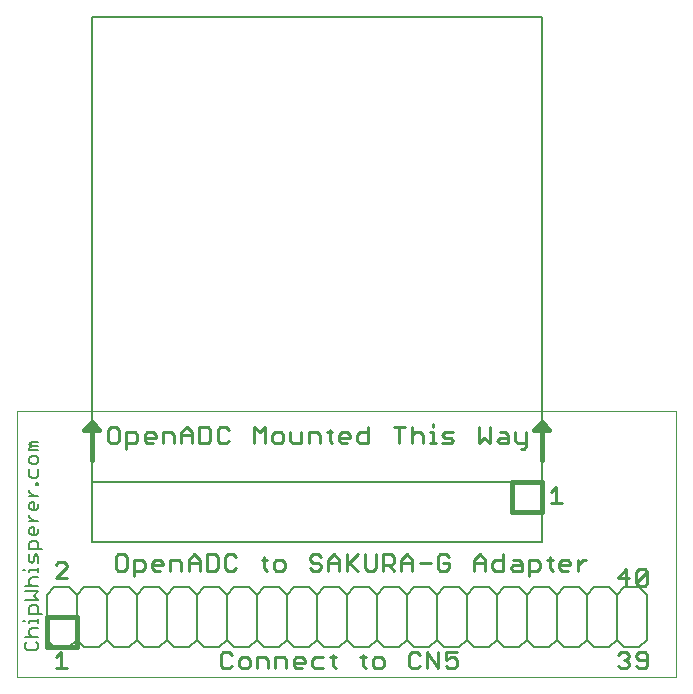
<source format=gbr>
G75*
%MOIN*%
%OFA0B0*%
%FSLAX24Y24*%
%IPPOS*%
%LPD*%
%AMOC8*
5,1,8,0,0,1.08239X$1,22.5*
%
%ADD10C,0.0000*%
%ADD11C,0.0110*%
%ADD12C,0.0160*%
%ADD13C,0.0080*%
%ADD14C,0.0060*%
%ADD15C,0.0050*%
D10*
X000850Y000350D02*
X000850Y009220D01*
X022842Y009220D01*
X022842Y000350D01*
X000850Y000350D01*
D11*
X002155Y000655D02*
X002522Y000655D01*
X002338Y000655D02*
X002338Y001205D01*
X002155Y001022D01*
X002155Y003655D02*
X002522Y004022D01*
X002522Y004114D01*
X002430Y004205D01*
X002247Y004205D01*
X002155Y004114D01*
X002155Y003655D02*
X002522Y003655D01*
X004155Y003997D02*
X004247Y003905D01*
X004430Y003905D01*
X004522Y003997D01*
X004522Y004364D01*
X004430Y004455D01*
X004247Y004455D01*
X004155Y004364D01*
X004155Y003997D01*
X004763Y003905D02*
X005038Y003905D01*
X005130Y003997D01*
X005130Y004180D01*
X005038Y004272D01*
X004763Y004272D01*
X004763Y003722D01*
X005370Y003997D02*
X005370Y004180D01*
X005462Y004272D01*
X005646Y004272D01*
X005737Y004180D01*
X005737Y004088D01*
X005370Y004088D01*
X005370Y003997D02*
X005462Y003905D01*
X005646Y003905D01*
X005978Y003905D02*
X005978Y004272D01*
X006253Y004272D01*
X006345Y004180D01*
X006345Y003905D01*
X006586Y003905D02*
X006586Y004272D01*
X006769Y004455D01*
X006953Y004272D01*
X006953Y003905D01*
X006953Y004180D02*
X006586Y004180D01*
X007194Y003905D02*
X007469Y003905D01*
X007561Y003997D01*
X007561Y004364D01*
X007469Y004455D01*
X007194Y004455D01*
X007194Y003905D01*
X007801Y003997D02*
X007801Y004364D01*
X007893Y004455D01*
X008077Y004455D01*
X008168Y004364D01*
X008168Y003997D02*
X008077Y003905D01*
X007893Y003905D01*
X007801Y003997D01*
X009017Y004272D02*
X009200Y004272D01*
X009108Y004364D02*
X009108Y003997D01*
X009200Y003905D01*
X009422Y003997D02*
X009422Y004180D01*
X009514Y004272D01*
X009697Y004272D01*
X009789Y004180D01*
X009789Y003997D01*
X009697Y003905D01*
X009514Y003905D01*
X009422Y003997D01*
X010637Y003997D02*
X010729Y003905D01*
X010913Y003905D01*
X011004Y003997D01*
X011004Y004088D01*
X010913Y004180D01*
X010729Y004180D01*
X010637Y004272D01*
X010637Y004364D01*
X010729Y004455D01*
X010913Y004455D01*
X011004Y004364D01*
X011245Y004272D02*
X011429Y004455D01*
X011612Y004272D01*
X011612Y003905D01*
X011853Y003905D02*
X011853Y004455D01*
X011945Y004180D02*
X012220Y003905D01*
X012460Y003997D02*
X012552Y003905D01*
X012736Y003905D01*
X012827Y003997D01*
X012827Y004455D01*
X013068Y004455D02*
X013343Y004455D01*
X013435Y004364D01*
X013435Y004180D01*
X013343Y004088D01*
X013068Y004088D01*
X013068Y003905D02*
X013068Y004455D01*
X013252Y004088D02*
X013435Y003905D01*
X013676Y003905D02*
X013676Y004272D01*
X013859Y004455D01*
X014043Y004272D01*
X014043Y003905D01*
X014043Y004180D02*
X013676Y004180D01*
X014284Y004180D02*
X014651Y004180D01*
X014891Y003997D02*
X014983Y003905D01*
X015167Y003905D01*
X015258Y003997D01*
X015258Y004180D01*
X015075Y004180D01*
X014891Y003997D02*
X014891Y004364D01*
X014983Y004455D01*
X015167Y004455D01*
X015258Y004364D01*
X016107Y004272D02*
X016107Y003905D01*
X016107Y004180D02*
X016474Y004180D01*
X016474Y004272D02*
X016290Y004455D01*
X016107Y004272D01*
X016474Y004272D02*
X016474Y003905D01*
X016715Y003997D02*
X016715Y004180D01*
X016806Y004272D01*
X017082Y004272D01*
X017082Y004455D02*
X017082Y003905D01*
X016806Y003905D01*
X016715Y003997D01*
X017322Y003997D02*
X017414Y004088D01*
X017689Y004088D01*
X017689Y004180D02*
X017689Y003905D01*
X017414Y003905D01*
X017322Y003997D01*
X017414Y004272D02*
X017597Y004272D01*
X017689Y004180D01*
X017930Y004272D02*
X018205Y004272D01*
X018297Y004180D01*
X018297Y003997D01*
X018205Y003905D01*
X017930Y003905D01*
X017930Y003722D02*
X017930Y004272D01*
X018538Y004272D02*
X018721Y004272D01*
X018629Y004364D02*
X018629Y003997D01*
X018721Y003905D01*
X018943Y003997D02*
X018943Y004180D01*
X019035Y004272D01*
X019218Y004272D01*
X019310Y004180D01*
X019310Y004088D01*
X018943Y004088D01*
X018943Y003997D02*
X019035Y003905D01*
X019218Y003905D01*
X019551Y003905D02*
X019551Y004272D01*
X019734Y004272D02*
X019551Y004088D01*
X019734Y004272D02*
X019826Y004272D01*
X020905Y003680D02*
X021272Y003680D01*
X021180Y003405D02*
X021180Y003955D01*
X020905Y003680D01*
X021513Y003497D02*
X021880Y003864D01*
X021880Y003497D01*
X021788Y003405D01*
X021604Y003405D01*
X021513Y003497D01*
X021513Y003864D01*
X021604Y003955D01*
X021788Y003955D01*
X021880Y003864D01*
X021788Y001205D02*
X021604Y001205D01*
X021513Y001114D01*
X021513Y001022D01*
X021604Y000930D01*
X021880Y000930D01*
X021880Y000747D02*
X021880Y001114D01*
X021788Y001205D01*
X021880Y000747D02*
X021788Y000655D01*
X021604Y000655D01*
X021513Y000747D01*
X021272Y000747D02*
X021180Y000655D01*
X020997Y000655D01*
X020905Y000747D01*
X021088Y000930D02*
X021180Y000930D01*
X021272Y000838D01*
X021272Y000747D01*
X021180Y000930D02*
X021272Y001022D01*
X021272Y001114D01*
X021180Y001205D01*
X020997Y001205D01*
X020905Y001114D01*
X019022Y006155D02*
X018655Y006155D01*
X018838Y006155D02*
X018838Y006705D01*
X018655Y006522D01*
X017753Y007972D02*
X017661Y007972D01*
X017753Y007972D02*
X017844Y008063D01*
X017844Y008522D01*
X017477Y008522D02*
X017477Y008247D01*
X017569Y008155D01*
X017844Y008155D01*
X017237Y008155D02*
X016961Y008155D01*
X016870Y008247D01*
X016961Y008338D01*
X017237Y008338D01*
X017237Y008430D02*
X017237Y008155D01*
X017237Y008430D02*
X017145Y008522D01*
X016961Y008522D01*
X016629Y008705D02*
X016629Y008155D01*
X016445Y008338D01*
X016262Y008155D01*
X016262Y008705D01*
X015413Y008522D02*
X015138Y008522D01*
X015047Y008430D01*
X015138Y008338D01*
X015322Y008338D01*
X015413Y008247D01*
X015322Y008155D01*
X015047Y008155D01*
X014825Y008155D02*
X014641Y008155D01*
X014733Y008155D02*
X014733Y008522D01*
X014641Y008522D01*
X014733Y008705D02*
X014733Y008797D01*
X014401Y008430D02*
X014309Y008522D01*
X014125Y008522D01*
X014034Y008430D01*
X014034Y008705D02*
X014034Y008155D01*
X014401Y008155D02*
X014401Y008430D01*
X013793Y008705D02*
X013426Y008705D01*
X013609Y008705D02*
X013609Y008155D01*
X012577Y008155D02*
X012302Y008155D01*
X012210Y008247D01*
X012210Y008430D01*
X012302Y008522D01*
X012577Y008522D01*
X012577Y008705D02*
X012577Y008155D01*
X011970Y008338D02*
X011603Y008338D01*
X011603Y008247D02*
X011603Y008430D01*
X011695Y008522D01*
X011878Y008522D01*
X011970Y008430D01*
X011970Y008338D01*
X011878Y008155D02*
X011695Y008155D01*
X011603Y008247D01*
X011381Y008155D02*
X011289Y008247D01*
X011289Y008614D01*
X011198Y008522D02*
X011381Y008522D01*
X010957Y008430D02*
X010957Y008155D01*
X010957Y008430D02*
X010865Y008522D01*
X010590Y008522D01*
X010590Y008155D01*
X010349Y008155D02*
X010349Y008522D01*
X009982Y008522D02*
X009982Y008247D01*
X010074Y008155D01*
X010349Y008155D01*
X009741Y008247D02*
X009741Y008430D01*
X009650Y008522D01*
X009466Y008522D01*
X009374Y008430D01*
X009374Y008247D01*
X009466Y008155D01*
X009650Y008155D01*
X009741Y008247D01*
X009134Y008155D02*
X009134Y008705D01*
X008950Y008522D01*
X008767Y008705D01*
X008767Y008155D01*
X007918Y008247D02*
X007827Y008155D01*
X007643Y008155D01*
X007551Y008247D01*
X007551Y008614D01*
X007643Y008705D01*
X007827Y008705D01*
X007918Y008614D01*
X007311Y008614D02*
X007311Y008247D01*
X007219Y008155D01*
X006944Y008155D01*
X006944Y008705D01*
X007219Y008705D01*
X007311Y008614D01*
X006703Y008522D02*
X006703Y008155D01*
X006703Y008430D02*
X006336Y008430D01*
X006336Y008522D02*
X006519Y008705D01*
X006703Y008522D01*
X006336Y008522D02*
X006336Y008155D01*
X006095Y008155D02*
X006095Y008430D01*
X006003Y008522D01*
X005728Y008522D01*
X005728Y008155D01*
X005487Y008338D02*
X005120Y008338D01*
X005120Y008247D02*
X005120Y008430D01*
X005212Y008522D01*
X005396Y008522D01*
X005487Y008430D01*
X005487Y008338D01*
X005396Y008155D02*
X005212Y008155D01*
X005120Y008247D01*
X004880Y008247D02*
X004880Y008430D01*
X004788Y008522D01*
X004513Y008522D01*
X004513Y007972D01*
X004513Y008155D02*
X004788Y008155D01*
X004880Y008247D01*
X004272Y008247D02*
X004272Y008614D01*
X004180Y008705D01*
X003997Y008705D01*
X003905Y008614D01*
X003905Y008247D01*
X003997Y008155D01*
X004180Y008155D01*
X004272Y008247D01*
X011245Y004272D02*
X011245Y003905D01*
X011245Y004180D02*
X011612Y004180D01*
X011853Y004088D02*
X012220Y004455D01*
X012460Y004455D02*
X012460Y003997D01*
X014027Y001205D02*
X013935Y001114D01*
X013935Y000747D01*
X014027Y000655D01*
X014210Y000655D01*
X014302Y000747D01*
X014542Y000655D02*
X014542Y001205D01*
X014909Y000655D01*
X014909Y001205D01*
X015150Y001205D02*
X015150Y000930D01*
X015334Y001022D01*
X015425Y001022D01*
X015517Y000930D01*
X015517Y000747D01*
X015425Y000655D01*
X015242Y000655D01*
X015150Y000747D01*
X015150Y001205D02*
X015517Y001205D01*
X014302Y001114D02*
X014210Y001205D01*
X014027Y001205D01*
X013086Y000930D02*
X013086Y000747D01*
X012995Y000655D01*
X012811Y000655D01*
X012719Y000747D01*
X012719Y000930D01*
X012811Y001022D01*
X012995Y001022D01*
X013086Y000930D01*
X012498Y001022D02*
X012314Y001022D01*
X012406Y001114D02*
X012406Y000747D01*
X012498Y000655D01*
X011485Y000655D02*
X011393Y000747D01*
X011393Y001114D01*
X011301Y001022D02*
X011485Y001022D01*
X011061Y001022D02*
X010785Y001022D01*
X010694Y000930D01*
X010694Y000747D01*
X010785Y000655D01*
X011061Y000655D01*
X010453Y000838D02*
X010453Y000930D01*
X010361Y001022D01*
X010178Y001022D01*
X010086Y000930D01*
X010086Y000747D01*
X010178Y000655D01*
X010361Y000655D01*
X010453Y000838D02*
X010086Y000838D01*
X009845Y000930D02*
X009845Y000655D01*
X009845Y000930D02*
X009753Y001022D01*
X009478Y001022D01*
X009478Y000655D01*
X009237Y000655D02*
X009237Y000930D01*
X009146Y001022D01*
X008870Y001022D01*
X008870Y000655D01*
X008630Y000747D02*
X008630Y000930D01*
X008538Y001022D01*
X008354Y001022D01*
X008263Y000930D01*
X008263Y000747D01*
X008354Y000655D01*
X008538Y000655D01*
X008630Y000747D01*
X008022Y000747D02*
X007930Y000655D01*
X007747Y000655D01*
X007655Y000747D01*
X007655Y001114D01*
X007747Y001205D01*
X007930Y001205D01*
X008022Y001114D01*
D12*
X002850Y001350D02*
X001850Y001350D01*
X001850Y002350D01*
X002850Y002350D01*
X002850Y001350D01*
X003350Y007600D02*
X003350Y008850D01*
X003600Y008600D01*
X003100Y008600D01*
X003350Y008850D01*
X017350Y006850D02*
X017350Y005850D01*
X018350Y005850D01*
X018350Y006850D01*
X017350Y006850D01*
X018350Y007600D02*
X018350Y008850D01*
X018600Y008600D01*
X018100Y008600D01*
X018350Y008850D01*
D13*
X001700Y004630D02*
X001280Y004630D01*
X001280Y004840D01*
X001350Y004910D01*
X001490Y004910D01*
X001560Y004840D01*
X001560Y004630D01*
X001490Y004450D02*
X001420Y004380D01*
X001420Y004240D01*
X001350Y004170D01*
X001280Y004240D01*
X001280Y004450D01*
X001490Y004450D02*
X001560Y004380D01*
X001560Y004170D01*
X001560Y004003D02*
X001560Y003863D01*
X001560Y003933D02*
X001280Y003933D01*
X001280Y003863D01*
X001140Y003933D02*
X001070Y003933D01*
X001350Y003683D02*
X001560Y003683D01*
X001350Y003683D02*
X001280Y003613D01*
X001280Y003472D01*
X001350Y003402D01*
X001140Y003402D02*
X001560Y003402D01*
X001560Y003222D02*
X001140Y003222D01*
X001140Y002942D02*
X001560Y002942D01*
X001420Y003082D01*
X001560Y003222D01*
X001490Y002762D02*
X001350Y002762D01*
X001280Y002692D01*
X001280Y002482D01*
X001700Y002482D01*
X001560Y002482D02*
X001560Y002692D01*
X001490Y002762D01*
X001560Y002315D02*
X001560Y002175D01*
X001560Y002245D02*
X001280Y002245D01*
X001280Y002175D01*
X001140Y002245D02*
X001070Y002245D01*
X001350Y001995D02*
X001560Y001995D01*
X001350Y001995D02*
X001280Y001924D01*
X001280Y001784D01*
X001350Y001714D01*
X001140Y001714D02*
X001560Y001714D01*
X001490Y001534D02*
X001560Y001464D01*
X001560Y001324D01*
X001490Y001254D01*
X001210Y001254D01*
X001140Y001324D01*
X001140Y001464D01*
X001210Y001534D01*
X001350Y005091D02*
X001280Y005161D01*
X001280Y005301D01*
X001350Y005371D01*
X001420Y005371D01*
X001420Y005091D01*
X001490Y005091D02*
X001350Y005091D01*
X001490Y005091D02*
X001560Y005161D01*
X001560Y005301D01*
X001560Y005551D02*
X001280Y005551D01*
X001420Y005551D02*
X001280Y005691D01*
X001280Y005761D01*
X001350Y005935D02*
X001280Y006005D01*
X001280Y006145D01*
X001350Y006215D01*
X001420Y006215D01*
X001420Y005935D01*
X001490Y005935D02*
X001350Y005935D01*
X001490Y005935D02*
X001560Y006005D01*
X001560Y006145D01*
X001560Y006395D02*
X001280Y006395D01*
X001420Y006395D02*
X001280Y006535D01*
X001280Y006605D01*
X001490Y006779D02*
X001490Y006849D01*
X001560Y006849D01*
X001560Y006779D01*
X001490Y006779D01*
X001490Y007009D02*
X001350Y007009D01*
X001280Y007079D01*
X001280Y007289D01*
X001350Y007469D02*
X001490Y007469D01*
X001560Y007539D01*
X001560Y007679D01*
X001490Y007749D01*
X001350Y007749D01*
X001280Y007679D01*
X001280Y007539D01*
X001350Y007469D01*
X001560Y007289D02*
X001560Y007079D01*
X001490Y007009D01*
X001560Y007930D02*
X001280Y007930D01*
X001280Y008000D01*
X001350Y008070D01*
X001280Y008140D01*
X001350Y008210D01*
X001560Y008210D01*
X001560Y008070D02*
X001350Y008070D01*
D14*
X002100Y003350D02*
X002600Y003350D01*
X002850Y003100D01*
X002850Y001600D01*
X003100Y001350D01*
X003600Y001350D01*
X003850Y001600D01*
X003850Y003100D01*
X004100Y003350D01*
X004600Y003350D01*
X004850Y003100D01*
X004850Y001600D01*
X005100Y001350D01*
X005600Y001350D01*
X005850Y001600D01*
X005850Y003100D01*
X006100Y003350D01*
X006600Y003350D01*
X006850Y003100D01*
X006850Y001600D01*
X007100Y001350D01*
X007600Y001350D01*
X007850Y001600D01*
X007850Y003100D01*
X008100Y003350D01*
X008600Y003350D01*
X008850Y003100D01*
X008850Y001600D01*
X008600Y001350D01*
X008100Y001350D01*
X007850Y001600D01*
X006850Y001600D02*
X006600Y001350D01*
X006100Y001350D01*
X005850Y001600D01*
X004850Y001600D02*
X004600Y001350D01*
X004100Y001350D01*
X003850Y001600D01*
X002850Y001600D02*
X002600Y001350D01*
X002100Y001350D01*
X001850Y001600D01*
X001850Y003100D01*
X002100Y003350D01*
X002850Y003100D02*
X003100Y003350D01*
X003600Y003350D01*
X003850Y003100D01*
X004850Y003100D02*
X005100Y003350D01*
X005600Y003350D01*
X005850Y003100D01*
X006850Y003100D02*
X007100Y003350D01*
X007600Y003350D01*
X007850Y003100D01*
X008850Y003100D02*
X009100Y003350D01*
X009600Y003350D01*
X009850Y003100D01*
X009850Y001600D01*
X009600Y001350D01*
X009100Y001350D01*
X008850Y001600D01*
X009850Y001600D02*
X010100Y001350D01*
X010600Y001350D01*
X010850Y001600D01*
X010850Y003100D01*
X011100Y003350D01*
X011600Y003350D01*
X011850Y003100D01*
X011850Y001600D01*
X011600Y001350D01*
X011100Y001350D01*
X010850Y001600D01*
X011850Y001600D02*
X012100Y001350D01*
X012600Y001350D01*
X012850Y001600D01*
X012850Y003100D01*
X013100Y003350D01*
X013600Y003350D01*
X013850Y003100D01*
X013850Y001600D01*
X013600Y001350D01*
X013100Y001350D01*
X012850Y001600D01*
X013850Y001600D02*
X014100Y001350D01*
X014600Y001350D01*
X014850Y001600D01*
X014850Y003100D01*
X015100Y003350D01*
X015600Y003350D01*
X015850Y003100D01*
X015850Y001600D01*
X015600Y001350D01*
X015100Y001350D01*
X014850Y001600D01*
X015850Y001600D02*
X016100Y001350D01*
X016600Y001350D01*
X016850Y001600D01*
X016850Y003100D01*
X017100Y003350D01*
X017600Y003350D01*
X017850Y003100D01*
X017850Y001600D01*
X017600Y001350D01*
X017100Y001350D01*
X016850Y001600D01*
X017850Y001600D02*
X018100Y001350D01*
X018600Y001350D01*
X018850Y001600D01*
X018850Y003100D01*
X019100Y003350D01*
X019600Y003350D01*
X019850Y003100D01*
X019850Y001600D01*
X019600Y001350D01*
X019100Y001350D01*
X018850Y001600D01*
X019850Y001600D02*
X020100Y001350D01*
X020600Y001350D01*
X020850Y001600D01*
X021100Y001350D01*
X021600Y001350D01*
X021850Y001600D01*
X021850Y003100D01*
X021600Y003350D01*
X021100Y003350D01*
X020850Y003100D01*
X020850Y001600D01*
X020850Y003100D02*
X020600Y003350D01*
X020100Y003350D01*
X019850Y003100D01*
X018850Y003100D02*
X018600Y003350D01*
X018100Y003350D01*
X017850Y003100D01*
X016850Y003100D02*
X016600Y003350D01*
X016100Y003350D01*
X015850Y003100D01*
X014850Y003100D02*
X014600Y003350D01*
X014100Y003350D01*
X013850Y003100D01*
X012850Y003100D02*
X012600Y003350D01*
X012100Y003350D01*
X011850Y003100D01*
X010850Y003100D02*
X010600Y003350D01*
X010100Y003350D01*
X009850Y003100D01*
D15*
X003350Y004850D02*
X003350Y006850D01*
X018350Y006850D01*
X018350Y004850D01*
X003350Y004850D01*
X003350Y006850D02*
X003350Y022350D01*
X018350Y022350D01*
X018350Y006850D01*
M02*

</source>
